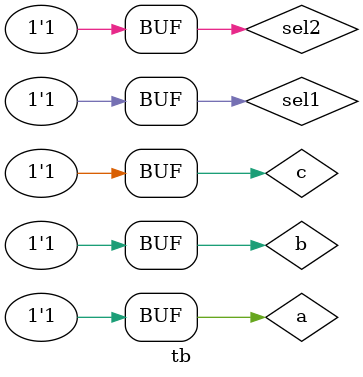
<source format=v>
module tb;
  reg a;
  reg b;
  reg c;
  reg sel1;
  reg sel2;
  wire y;
  
  mux3_1 DUT(.a(a),.b(b),.c(c),.sel1(sel1),.sel2(sel2),.y(y));
  
  initial begin
    a = 1; b = 0; c = 0;
    sel1 = 0; sel2 = 0;
    #5 a = 0; b = 1; c = 0;
    sel1 = 0; sel2 = 1;
    #5 a = 0; b = 0; c = 1;
    sel1 = 1; sel2 = 0;
    #5 a = 1; b = 1; c = 1;
    sel1 = 1; sel2 = 1;
  end
  
  initial begin
    $monitor("Value of Y = %0d, for sel1 = %0d,sel2 = %0d, a = %0d, b = %0d c= %0d",y,sel1,sel2,a,b,c);
  end
  
  initial begin
    $dumpfile("dump.vcd");
    $dumpvars(1);
  end
endmodule

</source>
